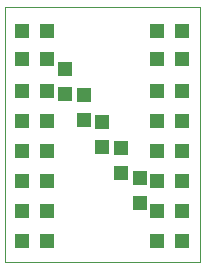
<source format=gtp>
G75*
%MOIN*%
%OFA0B0*%
%FSLAX24Y24*%
%IPPOS*%
%LPD*%
%AMOC8*
5,1,8,0,0,1.08239X$1,22.5*
%
%ADD10C,0.0000*%
%ADD11R,0.0472X0.0472*%
D10*
X002392Y002517D02*
X002392Y011017D01*
X008892Y011017D01*
X008892Y002517D01*
X002392Y002517D01*
D11*
X002978Y003204D03*
X003805Y003204D03*
X003805Y004204D03*
X002978Y004204D03*
X002978Y005204D03*
X003805Y005204D03*
X003805Y006204D03*
X002978Y006204D03*
X002978Y007204D03*
X003805Y007204D03*
X004392Y008103D03*
X005017Y008055D03*
X005017Y007228D03*
X005642Y007180D03*
X005642Y006353D03*
X006267Y006305D03*
X006267Y005478D03*
X006892Y005305D03*
X007478Y005204D03*
X006892Y004478D03*
X007478Y004204D03*
X008305Y004204D03*
X008305Y005204D03*
X008305Y006204D03*
X007478Y006204D03*
X007478Y007204D03*
X008305Y007204D03*
X008305Y008204D03*
X007478Y008204D03*
X007478Y009267D03*
X008305Y009267D03*
X008305Y010204D03*
X007478Y010204D03*
X004392Y008930D03*
X003805Y009267D03*
X002978Y009267D03*
X002978Y010204D03*
X003805Y010204D03*
X003805Y008204D03*
X002978Y008204D03*
X007478Y003204D03*
X008305Y003204D03*
M02*

</source>
